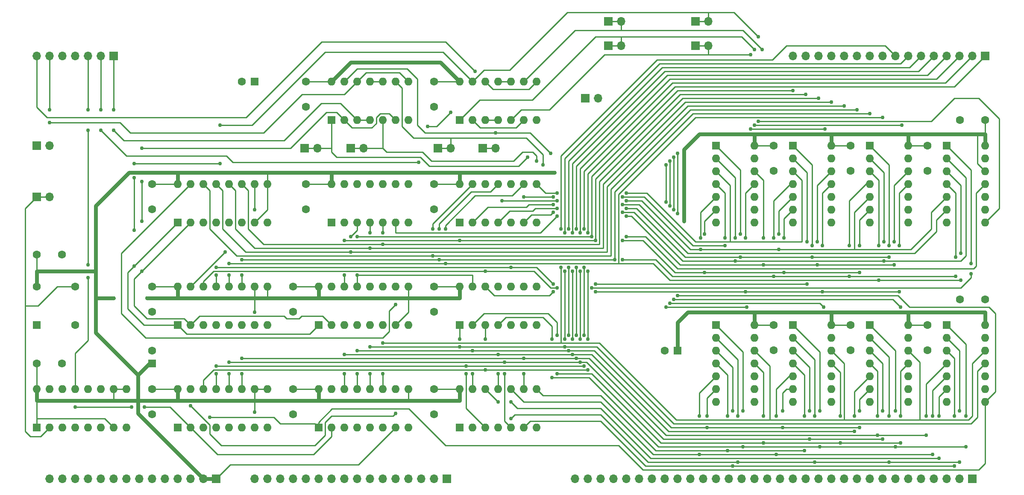
<source format=gtl>
G04 #@! TF.GenerationSoftware,KiCad,Pcbnew,(7.0.0)*
G04 #@! TF.CreationDate,2024-03-28T20:59:28-07:00*
G04 #@! TF.ProjectId,video_timing,76696465-6f5f-4746-996d-696e672e6b69,rev?*
G04 #@! TF.SameCoordinates,Original*
G04 #@! TF.FileFunction,Copper,L1,Top*
G04 #@! TF.FilePolarity,Positive*
%FSLAX46Y46*%
G04 Gerber Fmt 4.6, Leading zero omitted, Abs format (unit mm)*
G04 Created by KiCad (PCBNEW (7.0.0)) date 2024-03-28 20:59:28*
%MOMM*%
%LPD*%
G01*
G04 APERTURE LIST*
G04 #@! TA.AperFunction,ComponentPad*
%ADD10R,1.700000X1.700000*%
G04 #@! TD*
G04 #@! TA.AperFunction,ComponentPad*
%ADD11O,1.700000X1.700000*%
G04 #@! TD*
G04 #@! TA.AperFunction,ComponentPad*
%ADD12C,1.600000*%
G04 #@! TD*
G04 #@! TA.AperFunction,ComponentPad*
%ADD13R,1.600000X1.600000*%
G04 #@! TD*
G04 #@! TA.AperFunction,ComponentPad*
%ADD14O,1.600000X1.600000*%
G04 #@! TD*
G04 #@! TA.AperFunction,ViaPad*
%ADD15C,0.762000*%
G04 #@! TD*
G04 #@! TA.AperFunction,Conductor*
%ADD16C,0.254000*%
G04 #@! TD*
G04 #@! TA.AperFunction,Conductor*
%ADD17C,0.762000*%
G04 #@! TD*
G04 APERTURE END LIST*
D10*
X167131999Y-69341999D03*
D11*
X169671999Y-69341999D03*
D10*
X146811999Y-79247999D03*
D11*
X149351999Y-79247999D03*
D10*
X111505999Y-79247999D03*
D11*
X114045999Y-79247999D03*
D10*
X120649999Y-79247999D03*
D11*
X123189999Y-79247999D03*
D10*
X137921999Y-79247999D03*
D11*
X140461999Y-79247999D03*
D10*
X188975999Y-54101999D03*
D11*
X191515999Y-54101999D03*
D10*
X171703999Y-58927999D03*
D11*
X174243999Y-58927999D03*
D10*
X188975999Y-58927999D03*
D11*
X191515999Y-58927999D03*
D10*
X171703999Y-54101999D03*
D11*
X174243999Y-54101999D03*
D12*
X137160000Y-66040000D03*
X137160000Y-71040000D03*
X81280000Y-86360000D03*
X81280000Y-91360000D03*
D13*
X193039999Y-114299999D03*
D14*
X193039999Y-116839999D03*
X193039999Y-119379999D03*
X193039999Y-121919999D03*
X193039999Y-124459999D03*
X193039999Y-126999999D03*
X193039999Y-129539999D03*
X200659999Y-129539999D03*
X200659999Y-126999999D03*
X200659999Y-124459999D03*
X200659999Y-121919999D03*
X200659999Y-119379999D03*
X200659999Y-116839999D03*
X200659999Y-114299999D03*
D10*
X139699999Y-144779999D03*
D11*
X137159999Y-144779999D03*
X134619999Y-144779999D03*
X132079999Y-144779999D03*
X129539999Y-144779999D03*
X126999999Y-144779999D03*
X124459999Y-144779999D03*
X121919999Y-144779999D03*
X119379999Y-144779999D03*
X116839999Y-144779999D03*
X114299999Y-144779999D03*
X111759999Y-144779999D03*
X109219999Y-144779999D03*
X106679999Y-144779999D03*
X104139999Y-144779999D03*
X101599999Y-144779999D03*
D13*
X81279999Y-121879999D03*
D12*
X81280000Y-119380000D03*
X111760000Y-66040000D03*
X111760000Y-71040000D03*
D13*
X208279999Y-78739999D03*
D14*
X208279999Y-81279999D03*
X208279999Y-83819999D03*
X208279999Y-86359999D03*
X208279999Y-88899999D03*
X208279999Y-91439999D03*
X208279999Y-93979999D03*
X215899999Y-93979999D03*
X215899999Y-91439999D03*
X215899999Y-88899999D03*
X215899999Y-86359999D03*
X215899999Y-83819999D03*
X215899999Y-81279999D03*
X215899999Y-78739999D03*
D13*
X238759999Y-78739999D03*
D14*
X238759999Y-81279999D03*
X238759999Y-83819999D03*
X238759999Y-86359999D03*
X238759999Y-88899999D03*
X238759999Y-91439999D03*
X238759999Y-93979999D03*
X246379999Y-93979999D03*
X246379999Y-91439999D03*
X246379999Y-88899999D03*
X246379999Y-86359999D03*
X246379999Y-83819999D03*
X246379999Y-81279999D03*
X246379999Y-78739999D03*
D13*
X223519999Y-78739999D03*
D14*
X223519999Y-81279999D03*
X223519999Y-83819999D03*
X223519999Y-86359999D03*
X223519999Y-88899999D03*
X223519999Y-91439999D03*
X223519999Y-93979999D03*
X231139999Y-93979999D03*
X231139999Y-91439999D03*
X231139999Y-88899999D03*
X231139999Y-86359999D03*
X231139999Y-83819999D03*
X231139999Y-81279999D03*
X231139999Y-78739999D03*
D10*
X58419999Y-88899999D03*
D11*
X60959999Y-88899999D03*
D12*
X137160000Y-111680000D03*
X137160000Y-106680000D03*
X246380000Y-73660000D03*
X241380000Y-73660000D03*
X137160000Y-127000000D03*
X137160000Y-132000000D03*
X81280000Y-132000000D03*
X81280000Y-127000000D03*
X81280000Y-111680000D03*
X81280000Y-106680000D03*
D10*
X93979999Y-144779999D03*
D11*
X91439999Y-144779999D03*
X88899999Y-144779999D03*
X86359999Y-144779999D03*
X83819999Y-144779999D03*
X81279999Y-144779999D03*
X78739999Y-144779999D03*
X76199999Y-144779999D03*
X73659999Y-144779999D03*
X71119999Y-144779999D03*
X68579999Y-144779999D03*
X66039999Y-144779999D03*
X63499999Y-144779999D03*
X60959999Y-144779999D03*
D10*
X58419999Y-78739999D03*
D11*
X60959999Y-78739999D03*
D13*
X114299999Y-134619999D03*
D14*
X116839999Y-134619999D03*
X119379999Y-134619999D03*
X121919999Y-134619999D03*
X124459999Y-134619999D03*
X126999999Y-134619999D03*
X129539999Y-134619999D03*
X132079999Y-134619999D03*
X132079999Y-126999999D03*
X129539999Y-126999999D03*
X126999999Y-126999999D03*
X124459999Y-126999999D03*
X121919999Y-126999999D03*
X119379999Y-126999999D03*
X116839999Y-126999999D03*
X114299999Y-126999999D03*
D13*
X208279999Y-114299999D03*
D14*
X208279999Y-116839999D03*
X208279999Y-119379999D03*
X208279999Y-121919999D03*
X208279999Y-124459999D03*
X208279999Y-126999999D03*
X208279999Y-129539999D03*
X215899999Y-129539999D03*
X215899999Y-126999999D03*
X215899999Y-124459999D03*
X215899999Y-121919999D03*
X215899999Y-119379999D03*
X215899999Y-116839999D03*
X215899999Y-114299999D03*
D13*
X142234999Y-114299999D03*
D14*
X144774999Y-114299999D03*
X147314999Y-114299999D03*
X149854999Y-114299999D03*
X152394999Y-114299999D03*
X154934999Y-114299999D03*
X157474999Y-114299999D03*
X157474999Y-106679999D03*
X154934999Y-106679999D03*
X152394999Y-106679999D03*
X149854999Y-106679999D03*
X147314999Y-106679999D03*
X144774999Y-106679999D03*
X142234999Y-106679999D03*
D12*
X246380000Y-109220000D03*
X241380000Y-109220000D03*
X219710000Y-78740000D03*
X219710000Y-83740000D03*
X111760000Y-91360000D03*
X111760000Y-86360000D03*
D13*
X116839999Y-93979999D03*
D14*
X119379999Y-93979999D03*
X121919999Y-93979999D03*
X124459999Y-93979999D03*
X126999999Y-93979999D03*
X129539999Y-93979999D03*
X132079999Y-93979999D03*
X132079999Y-86359999D03*
X129539999Y-86359999D03*
X126999999Y-86359999D03*
X124459999Y-86359999D03*
X121919999Y-86359999D03*
X119379999Y-86359999D03*
X116839999Y-86359999D03*
D12*
X219710000Y-114300000D03*
X219710000Y-119300000D03*
X58420000Y-100330000D03*
X63420000Y-100330000D03*
X109220000Y-111680000D03*
X109220000Y-106680000D03*
D13*
X142239999Y-93979999D03*
D14*
X144779999Y-93979999D03*
X147319999Y-93979999D03*
X149859999Y-93979999D03*
X152399999Y-93979999D03*
X154939999Y-93979999D03*
X157479999Y-93979999D03*
X157479999Y-86359999D03*
X154939999Y-86359999D03*
X152399999Y-86359999D03*
X149859999Y-86359999D03*
X147319999Y-86359999D03*
X144779999Y-86359999D03*
X142239999Y-86359999D03*
D13*
X101599999Y-66039999D03*
D12*
X99100000Y-66040000D03*
D10*
X73659999Y-60959999D03*
D11*
X71119999Y-60959999D03*
X68579999Y-60959999D03*
X66039999Y-60959999D03*
X63499999Y-60959999D03*
X60959999Y-60959999D03*
X58419999Y-60959999D03*
D13*
X58419999Y-114299999D03*
D12*
X66040000Y-114300000D03*
X66040000Y-106680000D03*
X58420000Y-106680000D03*
X234950000Y-78740000D03*
X234950000Y-83740000D03*
D13*
X193039999Y-78739999D03*
D14*
X193039999Y-81279999D03*
X193039999Y-83819999D03*
X193039999Y-86359999D03*
X193039999Y-88899999D03*
X193039999Y-91439999D03*
X193039999Y-93979999D03*
X200659999Y-93979999D03*
X200659999Y-91439999D03*
X200659999Y-88899999D03*
X200659999Y-86359999D03*
X200659999Y-83819999D03*
X200659999Y-81279999D03*
X200659999Y-78739999D03*
D13*
X116839999Y-73659999D03*
D14*
X119379999Y-73659999D03*
X121919999Y-73659999D03*
X124459999Y-73659999D03*
X126999999Y-73659999D03*
X129539999Y-73659999D03*
X132079999Y-73659999D03*
X132079999Y-66039999D03*
X129539999Y-66039999D03*
X126999999Y-66039999D03*
X124459999Y-66039999D03*
X121919999Y-66039999D03*
X119379999Y-66039999D03*
X116839999Y-66039999D03*
D12*
X204470000Y-78740000D03*
X204470000Y-83740000D03*
X58420000Y-121920000D03*
X63420000Y-121920000D03*
D13*
X114299999Y-114299999D03*
D14*
X116839999Y-114299999D03*
X119379999Y-114299999D03*
X121919999Y-114299999D03*
X124459999Y-114299999D03*
X126999999Y-114299999D03*
X129539999Y-114299999D03*
X132079999Y-114299999D03*
X132079999Y-106679999D03*
X129539999Y-106679999D03*
X126999999Y-106679999D03*
X124459999Y-106679999D03*
X121919999Y-106679999D03*
X119379999Y-106679999D03*
X116839999Y-106679999D03*
X114299999Y-106679999D03*
D12*
X137160000Y-91360000D03*
X137160000Y-86360000D03*
D13*
X142239999Y-73659999D03*
D14*
X144779999Y-73659999D03*
X147319999Y-73659999D03*
X149859999Y-73659999D03*
X152399999Y-73659999D03*
X154939999Y-73659999D03*
X157479999Y-73659999D03*
X157479999Y-66039999D03*
X154939999Y-66039999D03*
X152399999Y-66039999D03*
X149859999Y-66039999D03*
X147319999Y-66039999D03*
X144779999Y-66039999D03*
X142239999Y-66039999D03*
D10*
X246379999Y-60959999D03*
D11*
X243839999Y-60959999D03*
X241299999Y-60959999D03*
X238759999Y-60959999D03*
X236219999Y-60959999D03*
X233679999Y-60959999D03*
X231139999Y-60959999D03*
X228599999Y-60959999D03*
X226059999Y-60959999D03*
X223519999Y-60959999D03*
X220979999Y-60959999D03*
X218439999Y-60959999D03*
X215899999Y-60959999D03*
X213359999Y-60959999D03*
X210819999Y-60959999D03*
X208279999Y-60959999D03*
D12*
X234950000Y-114300000D03*
X234950000Y-119300000D03*
D13*
X185419999Y-119379999D03*
D12*
X182920000Y-119380000D03*
X204470000Y-114300000D03*
X204470000Y-119300000D03*
D13*
X58419999Y-134619999D03*
D14*
X60959999Y-134619999D03*
X63499999Y-134619999D03*
X66039999Y-134619999D03*
X68579999Y-134619999D03*
X71119999Y-134619999D03*
X73659999Y-134619999D03*
X76199999Y-134619999D03*
X76199999Y-126999999D03*
X73659999Y-126999999D03*
X71119999Y-126999999D03*
X68579999Y-126999999D03*
X66039999Y-126999999D03*
X63499999Y-126999999D03*
X60959999Y-126999999D03*
X58419999Y-126999999D03*
D13*
X86359999Y-93979999D03*
D14*
X88899999Y-93979999D03*
X91439999Y-93979999D03*
X93979999Y-93979999D03*
X96519999Y-93979999D03*
X99059999Y-93979999D03*
X101599999Y-93979999D03*
X104139999Y-93979999D03*
X104139999Y-86359999D03*
X101599999Y-86359999D03*
X99059999Y-86359999D03*
X96519999Y-86359999D03*
X93979999Y-86359999D03*
X91439999Y-86359999D03*
X88899999Y-86359999D03*
X86359999Y-86359999D03*
D10*
X243839999Y-144779999D03*
D11*
X241299999Y-144779999D03*
X238759999Y-144779999D03*
X236219999Y-144779999D03*
X233679999Y-144779999D03*
X231139999Y-144779999D03*
X228599999Y-144779999D03*
X226059999Y-144779999D03*
X223519999Y-144779999D03*
X220979999Y-144779999D03*
X218439999Y-144779999D03*
X215899999Y-144779999D03*
X213359999Y-144779999D03*
X210819999Y-144779999D03*
X208279999Y-144779999D03*
X205739999Y-144779999D03*
X203199999Y-144779999D03*
X200659999Y-144779999D03*
X198119999Y-144779999D03*
X195579999Y-144779999D03*
X193039999Y-144779999D03*
X190499999Y-144779999D03*
X187959999Y-144779999D03*
X185419999Y-144779999D03*
X182879999Y-144779999D03*
X180339999Y-144779999D03*
X177799999Y-144779999D03*
X175259999Y-144779999D03*
X172719999Y-144779999D03*
X170179999Y-144779999D03*
X167639999Y-144779999D03*
X165099999Y-144779999D03*
D13*
X238759999Y-114299999D03*
D14*
X238759999Y-116839999D03*
X238759999Y-119379999D03*
X238759999Y-121919999D03*
X238759999Y-124459999D03*
X238759999Y-126999999D03*
X238759999Y-129539999D03*
X246379999Y-129539999D03*
X246379999Y-126999999D03*
X246379999Y-124459999D03*
X246379999Y-121919999D03*
X246379999Y-119379999D03*
X246379999Y-116839999D03*
X246379999Y-114299999D03*
D13*
X86359999Y-134619999D03*
D14*
X88899999Y-134619999D03*
X91439999Y-134619999D03*
X93979999Y-134619999D03*
X96519999Y-134619999D03*
X99059999Y-134619999D03*
X101599999Y-134619999D03*
X104139999Y-134619999D03*
X104139999Y-126999999D03*
X101599999Y-126999999D03*
X99059999Y-126999999D03*
X96519999Y-126999999D03*
X93979999Y-126999999D03*
X91439999Y-126999999D03*
X88899999Y-126999999D03*
X86359999Y-126999999D03*
D12*
X109220000Y-127000000D03*
X109220000Y-132000000D03*
D13*
X142239999Y-134619999D03*
D14*
X144779999Y-134619999D03*
X147319999Y-134619999D03*
X149859999Y-134619999D03*
X152399999Y-134619999D03*
X154939999Y-134619999D03*
X157479999Y-134619999D03*
X157479999Y-126999999D03*
X154939999Y-126999999D03*
X152399999Y-126999999D03*
X149859999Y-126999999D03*
X147319999Y-126999999D03*
X144779999Y-126999999D03*
X142239999Y-126999999D03*
D13*
X223519999Y-114299999D03*
D14*
X223519999Y-116839999D03*
X223519999Y-119379999D03*
X223519999Y-121919999D03*
X223519999Y-124459999D03*
X223519999Y-126999999D03*
X223519999Y-129539999D03*
X231139999Y-129539999D03*
X231139999Y-126999999D03*
X231139999Y-124459999D03*
X231139999Y-121919999D03*
X231139999Y-119379999D03*
X231139999Y-116839999D03*
X231139999Y-114299999D03*
D13*
X86359999Y-114299999D03*
D14*
X88899999Y-114299999D03*
X91439999Y-114299999D03*
X93979999Y-114299999D03*
X96519999Y-114299999D03*
X99059999Y-114299999D03*
X101599999Y-114299999D03*
X104139999Y-114299999D03*
X104139999Y-106679999D03*
X101599999Y-106679999D03*
X99059999Y-106679999D03*
X96519999Y-106679999D03*
X93979999Y-106679999D03*
X91439999Y-106679999D03*
X88899999Y-106679999D03*
X86359999Y-106679999D03*
D15*
X149352000Y-76200000D03*
X122682000Y-62230000D03*
X188468000Y-111760000D03*
X81534000Y-108966000D03*
X108966000Y-84074000D03*
X186690000Y-86868000D03*
X161036000Y-84074000D03*
X121412000Y-62230000D03*
X186690000Y-93726000D03*
X186690000Y-85598000D03*
X73660000Y-108966000D03*
X80264000Y-108966000D03*
X101600000Y-111760000D03*
X101600000Y-131572000D03*
X186690000Y-92456000D03*
X189738000Y-111760000D03*
X72390000Y-108966000D03*
X159766000Y-84074000D03*
X107696000Y-84074000D03*
X68580000Y-71628000D03*
X79756000Y-130556000D03*
X66040000Y-130556000D03*
X68580000Y-104902000D03*
X68580000Y-75692000D03*
X77216000Y-130556000D03*
X68580000Y-102362000D03*
X165354000Y-102870000D03*
X225044000Y-132334000D03*
X234696000Y-132334000D03*
X154940000Y-123952000D03*
X234696000Y-136144000D03*
X165354000Y-120904000D03*
X165354000Y-95250000D03*
X99060000Y-120904000D03*
X165354000Y-116332000D03*
X154940000Y-120904000D03*
X99060000Y-123952000D03*
X225044000Y-136144000D03*
X166116000Y-121666000D03*
X166116000Y-103632000D03*
X151130000Y-121666000D03*
X96520000Y-123952000D03*
X166116000Y-96012000D03*
X226060000Y-131318000D03*
X211582000Y-131318000D03*
X166116000Y-117094000D03*
X211582000Y-136906000D03*
X151130000Y-123952000D03*
X226060000Y-136906000D03*
X96520000Y-121666000D03*
X166878000Y-95250000D03*
X143510000Y-123952000D03*
X166878000Y-102870000D03*
X93991734Y-122384671D03*
X93980000Y-123952000D03*
X166878000Y-122428000D03*
X166878000Y-116332000D03*
X143510000Y-122428000D03*
X167640000Y-117094000D03*
X147320000Y-117094000D03*
X167640000Y-123190000D03*
X167640000Y-96012000D03*
X147320000Y-123190000D03*
X167640000Y-103632000D03*
X88900000Y-130302000D03*
X129540000Y-131826000D03*
X127000000Y-123952000D03*
X162306000Y-95250000D03*
X127000000Y-117856000D03*
X162306000Y-102870000D03*
X142240000Y-117094000D03*
X142240000Y-118618000D03*
X163068000Y-117094000D03*
X163068000Y-103632000D03*
X163068000Y-118618000D03*
X124460000Y-118618000D03*
X124460000Y-123952000D03*
X163068000Y-96012000D03*
X121920000Y-123952000D03*
X191262000Y-132334000D03*
X221488000Y-134620000D03*
X144780000Y-119380000D03*
X121920000Y-119380000D03*
X221488000Y-131318000D03*
X163830000Y-116332000D03*
X191262000Y-134620000D03*
X206248000Y-131318000D03*
X144780000Y-123952000D03*
X163830000Y-119380000D03*
X163830000Y-95250000D03*
X206248000Y-134620000D03*
X163830000Y-102870000D03*
X149860000Y-123952000D03*
X164592000Y-96012000D03*
X119380000Y-120142000D03*
X164592000Y-103632000D03*
X164592000Y-120142000D03*
X220472000Y-135382000D03*
X149860000Y-120142000D03*
X119380000Y-123952000D03*
X164592000Y-117094000D03*
X220472000Y-132334000D03*
X79248000Y-93726000D03*
X79248000Y-103632000D03*
X79248000Y-85852000D03*
X79248000Y-79248000D03*
X219456000Y-98552000D03*
X219456000Y-104648000D03*
X138176000Y-95250000D03*
X240538000Y-100838000D03*
X99060000Y-104394000D03*
X223520000Y-72390000D03*
X204470000Y-97028000D03*
X174498000Y-101346000D03*
X99060000Y-101346000D03*
X138176000Y-101346000D03*
X172974000Y-101346000D03*
X240538000Y-104648000D03*
X204470000Y-104648000D03*
X241554000Y-105410000D03*
X139446000Y-95250000D03*
X225298000Y-98552000D03*
X225298000Y-105410000D03*
X96520000Y-102108000D03*
X96520000Y-104394000D03*
X139446000Y-102108000D03*
X241554000Y-100076000D03*
X226060000Y-73152000D03*
X93980000Y-104394000D03*
X160782000Y-106172000D03*
X169164000Y-106172000D03*
X211074000Y-106172000D03*
X211074000Y-97790000D03*
X93980000Y-102870000D03*
X152400000Y-102870000D03*
X161544000Y-106934000D03*
X243586000Y-104140000D03*
X168402000Y-106934000D03*
X243586000Y-102108000D03*
X147320000Y-103632000D03*
X95758000Y-99822000D03*
X101600000Y-91440000D03*
X127000000Y-96012000D03*
X213360000Y-69342000D03*
X127000000Y-98298000D03*
X124460000Y-96012000D03*
X215900000Y-70104000D03*
X124460000Y-99060000D03*
X218440000Y-70866000D03*
X120650000Y-99822000D03*
X120650000Y-96774000D03*
X220980000Y-71628000D03*
X136906000Y-100584000D03*
X136906000Y-95250000D03*
X129540000Y-110236000D03*
X160528000Y-117094000D03*
X242570000Y-138430000D03*
X213614000Y-131318000D03*
X198374000Y-138430000D03*
X198374000Y-131318000D03*
X242570000Y-132334000D03*
X160528000Y-124714000D03*
X228600000Y-131318000D03*
X213614000Y-138430000D03*
X228600000Y-138430000D03*
X197358000Y-141478000D03*
X241300000Y-141478000D03*
X241300000Y-131318000D03*
X197358000Y-132334000D03*
X227330000Y-132334000D03*
X212598000Y-141478000D03*
X227330000Y-141478000D03*
X212598000Y-132334000D03*
X152400000Y-132842000D03*
X196342000Y-131318000D03*
X240284000Y-142240000D03*
X240284000Y-132334000D03*
X196342000Y-142240000D03*
X210566000Y-139192000D03*
X195326000Y-132334000D03*
X210566000Y-132334000D03*
X195326000Y-139192000D03*
X235966000Y-139954000D03*
X189738000Y-132334000D03*
X204978000Y-139954000D03*
X204978000Y-132334000D03*
X189738000Y-139954000D03*
X235966000Y-132334000D03*
X149860000Y-129540000D03*
X152400000Y-129540000D03*
X237236000Y-132334000D03*
X237236000Y-140716000D03*
X217678000Y-132334000D03*
X229616000Y-137668000D03*
X161544000Y-123952000D03*
X229616000Y-132334000D03*
X202438000Y-132334000D03*
X217678000Y-137668000D03*
X202438000Y-137668000D03*
X161544000Y-116332000D03*
X161544000Y-89662000D03*
X150622000Y-89662000D03*
X175260000Y-89662000D03*
X205486000Y-99314000D03*
X189992000Y-97028000D03*
X189992000Y-99314000D03*
X205486000Y-96266000D03*
X197866000Y-100838000D03*
X227330000Y-98552000D03*
X212090000Y-100838000D03*
X161544000Y-91186000D03*
X212090000Y-98552000D03*
X227330000Y-100838000D03*
X197866000Y-96266000D03*
X175260000Y-91186000D03*
X226314000Y-97790000D03*
X174498000Y-91948000D03*
X160782000Y-91948000D03*
X196850000Y-97028000D03*
X226314000Y-101600000D03*
X196850000Y-101600000D03*
X175260000Y-88138000D03*
X161544000Y-88138000D03*
X194818000Y-98552000D03*
X154940000Y-88900000D03*
X194818000Y-97028000D03*
X174498000Y-88900000D03*
X160782000Y-88900000D03*
X184658000Y-81026000D03*
X184658000Y-91440000D03*
X229616000Y-110744000D03*
X184658000Y-109220000D03*
X155702000Y-81026000D03*
X73660000Y-75692000D03*
X73660000Y-71628000D03*
X185420000Y-92202000D03*
X92710000Y-132588000D03*
X185420000Y-108458000D03*
X185420000Y-80264000D03*
X160274000Y-80264000D03*
X60960000Y-71628000D03*
X60960000Y-74168000D03*
X183896000Y-90678000D03*
X183896000Y-81788000D03*
X183896000Y-109982000D03*
X214376000Y-110744000D03*
X157480000Y-81788000D03*
X183134000Y-110744000D03*
X183134000Y-89916000D03*
X183134000Y-82550000D03*
X158750000Y-82550000D03*
X199136000Y-110744000D03*
X200660000Y-74676000D03*
X229870000Y-74676000D03*
X200660000Y-59690000D03*
X135890000Y-74930000D03*
X134112000Y-82042000D03*
X71120000Y-75692000D03*
X71120000Y-71628000D03*
X140462000Y-72136000D03*
X201422000Y-73914000D03*
X77724000Y-82296000D03*
X94742000Y-74676000D03*
X77724000Y-85090000D03*
X77724000Y-102616000D03*
X201422000Y-57150000D03*
X77724000Y-95504000D03*
X94742000Y-82296000D03*
X145288000Y-64008000D03*
X199898000Y-75438000D03*
X199898000Y-60706000D03*
X214630000Y-75438000D03*
X202184000Y-59690000D03*
X228346000Y-102362000D03*
X228346000Y-97790000D03*
X161544000Y-92710000D03*
X202438000Y-102362000D03*
X213106000Y-102362000D03*
X213106000Y-97790000D03*
X175260000Y-92710000D03*
X202438000Y-97028000D03*
X160782000Y-90424000D03*
X174498000Y-90424000D03*
X169164000Y-107696000D03*
X160782000Y-107696000D03*
X229362000Y-107696000D03*
X214122000Y-98552000D03*
X229362000Y-98552000D03*
X198882000Y-97028000D03*
X214122000Y-107696000D03*
X198882000Y-107696000D03*
X175260000Y-96774000D03*
X121920000Y-104394000D03*
X168402000Y-96774000D03*
X208280000Y-67818000D03*
X121920000Y-96774000D03*
X142240000Y-97536000D03*
X221488000Y-98552000D03*
X210820000Y-68580000D03*
X190754000Y-96266000D03*
X119380000Y-104394000D03*
X169164000Y-97536000D03*
X206502000Y-97028000D03*
X119380000Y-97536000D03*
X206502000Y-103886000D03*
X174498000Y-97536000D03*
X190754000Y-103886000D03*
X221488000Y-103886000D03*
D16*
X174244000Y-57150000D02*
X169164000Y-57150000D01*
X198120000Y-57150000D02*
X174244000Y-57150000D01*
X174244000Y-58928000D02*
X174244000Y-57150000D01*
X171704000Y-58928000D02*
X174244000Y-58928000D01*
X191516000Y-58928000D02*
X191516000Y-60706000D01*
X191516000Y-60706000D02*
X170942000Y-60706000D01*
X199898000Y-60706000D02*
X191516000Y-60706000D01*
X188976000Y-58928000D02*
X191516000Y-58928000D01*
X191516000Y-54102000D02*
X191516000Y-52324000D01*
X191516000Y-52324000D02*
X163576000Y-52324000D01*
X196596000Y-52324000D02*
X191516000Y-52324000D01*
X188976000Y-54102000D02*
X191516000Y-54102000D01*
X174244000Y-55880000D02*
X165100000Y-55880000D01*
X198374000Y-55880000D02*
X174244000Y-55880000D01*
X174244000Y-54102000D02*
X174244000Y-55880000D01*
X171704000Y-54102000D02*
X174244000Y-54102000D01*
X149352000Y-76200000D02*
X135382000Y-76200000D01*
X156210000Y-76200000D02*
X149352000Y-76200000D01*
X146812000Y-79248000D02*
X149352000Y-79248000D01*
X140462000Y-79248000D02*
X140462000Y-77216000D01*
X140462000Y-77216000D02*
X133096000Y-77216000D01*
X155448000Y-77216000D02*
X140462000Y-77216000D01*
X137922000Y-79248000D02*
X140462000Y-79248000D01*
X127762000Y-80010000D02*
X127000000Y-79248000D01*
X134874000Y-80010000D02*
X127762000Y-80010000D01*
X136652000Y-81788000D02*
X134874000Y-80010000D01*
X152908000Y-81788000D02*
X136652000Y-81788000D01*
X157480000Y-80772000D02*
X156718000Y-80010000D01*
X157480000Y-81788000D02*
X157480000Y-80772000D01*
X156718000Y-80010000D02*
X154686000Y-80010000D01*
X154686000Y-80010000D02*
X152908000Y-81788000D01*
X127000000Y-79248000D02*
X123190000Y-79248000D01*
X127000000Y-75438000D02*
X127000000Y-79248000D01*
X111506000Y-79248000D02*
X116840000Y-79248000D01*
X116840000Y-79248000D02*
X116840000Y-73660000D01*
X116840000Y-80010000D02*
X116840000Y-79248000D01*
X120650000Y-79248000D02*
X123190000Y-79248000D01*
X127000000Y-73660000D02*
X127000000Y-75438000D01*
X153924000Y-82804000D02*
X136271000Y-82804000D01*
X134493000Y-81026000D02*
X117856000Y-81026000D01*
X155702000Y-81026000D02*
X153924000Y-82804000D01*
X136271000Y-82804000D02*
X134493000Y-81026000D01*
X117856000Y-81026000D02*
X116840000Y-80010000D01*
X96012000Y-80772000D02*
X76200000Y-80772000D01*
X97282000Y-82042000D02*
X96012000Y-80772000D01*
X134112000Y-82042000D02*
X97282000Y-82042000D01*
X76200000Y-80772000D02*
X71120000Y-75692000D01*
X130810000Y-74930000D02*
X130810000Y-67310000D01*
X133096000Y-77216000D02*
X130810000Y-74930000D01*
X158750000Y-80518000D02*
X155448000Y-77216000D01*
X158750000Y-82550000D02*
X158750000Y-80518000D01*
X130810000Y-67310000D02*
X129540000Y-66040000D01*
X121920000Y-63500000D02*
X119380000Y-66040000D01*
X133858000Y-65532000D02*
X131826000Y-63500000D01*
X135382000Y-76200000D02*
X133858000Y-74676000D01*
X131826000Y-63500000D02*
X121920000Y-63500000D01*
X133858000Y-74676000D02*
X133858000Y-65532000D01*
X160274000Y-80264000D02*
X156210000Y-76200000D01*
X137668000Y-74930000D02*
X140462000Y-72136000D01*
X135890000Y-74930000D02*
X137668000Y-74930000D01*
X146215200Y-69684800D02*
X142240000Y-73660000D01*
X156629200Y-69684800D02*
X146215200Y-69684800D01*
X169164000Y-57150000D02*
X156629200Y-69684800D01*
X200660000Y-59690000D02*
X198120000Y-57150000D01*
X165100000Y-55880000D02*
X154940000Y-66040000D01*
X202184000Y-59690000D02*
X198374000Y-55880000D01*
X147066000Y-63754000D02*
X144780000Y-66040000D01*
X163576000Y-52324000D02*
X152146000Y-63754000D01*
X201422000Y-57150000D02*
X196596000Y-52324000D01*
X152146000Y-63754000D02*
X147066000Y-63754000D01*
X160020000Y-71628000D02*
X154432000Y-71628000D01*
X170942000Y-60706000D02*
X160020000Y-71628000D01*
X154432000Y-71628000D02*
X152400000Y-73660000D01*
D17*
X186690000Y-93726000D02*
X186690000Y-79502000D01*
X132080000Y-108966000D02*
X129540000Y-108966000D01*
X78486000Y-129286000D02*
X78486000Y-124206000D01*
D16*
X129540000Y-134620000D02*
X122174000Y-141986000D01*
D17*
X215900000Y-78740000D02*
X215900000Y-76454000D01*
X80812000Y-121880000D02*
X78486000Y-124206000D01*
X231140000Y-76454000D02*
X244856000Y-76454000D01*
D16*
X96774000Y-141986000D02*
X93980000Y-144780000D01*
D17*
X120650000Y-62230000D02*
X116840000Y-66040000D01*
X86360000Y-108966000D02*
X86360000Y-106680000D01*
D16*
X104140000Y-127000000D02*
X101600000Y-127000000D01*
X246380000Y-73660000D02*
X246380000Y-76454000D01*
D17*
X78486000Y-124206000D02*
X70104000Y-115824000D01*
X142240000Y-108966000D02*
X132080000Y-108966000D01*
D16*
X246380000Y-83820000D02*
X244856000Y-82296000D01*
D17*
X86360000Y-84074000D02*
X101346000Y-84074000D01*
X116840000Y-84074000D02*
X142240000Y-84074000D01*
X159766000Y-84074000D02*
X161036000Y-84074000D01*
D16*
X101600000Y-127000000D02*
X101600000Y-129286000D01*
D17*
X200660000Y-78740000D02*
X200660000Y-76454000D01*
X86360000Y-108966000D02*
X81534000Y-108966000D01*
D16*
X58420000Y-134620000D02*
X58420000Y-132842000D01*
D17*
X132080000Y-129286000D02*
X142240000Y-129286000D01*
X72390000Y-108966000D02*
X70104000Y-108966000D01*
D16*
X73660000Y-127000000D02*
X73660000Y-129286000D01*
D17*
X86360000Y-86360000D02*
X86360000Y-84074000D01*
X76708000Y-84074000D02*
X86360000Y-84074000D01*
X142240000Y-66040000D02*
X138430000Y-62230000D01*
X200660000Y-76454000D02*
X215900000Y-76454000D01*
X104140000Y-108966000D02*
X101600000Y-108966000D01*
X78486000Y-129286000D02*
X86360000Y-129286000D01*
X215900000Y-111760000D02*
X215900000Y-114300000D01*
X70104000Y-103632000D02*
X58420000Y-103632000D01*
X122682000Y-62230000D02*
X121412000Y-62230000D01*
D16*
X132080000Y-111760000D02*
X132080000Y-108966000D01*
D17*
X58420000Y-127000000D02*
X58420000Y-129286000D01*
D16*
X244856000Y-82296000D02*
X244856000Y-76454000D01*
X104140000Y-86360000D02*
X104140000Y-91440000D01*
D17*
X244856000Y-76454000D02*
X246380000Y-76454000D01*
D16*
X109220000Y-106680000D02*
X114300000Y-106680000D01*
D17*
X91440000Y-144780000D02*
X78486000Y-131826000D01*
X200660000Y-111760000D02*
X200660000Y-114300000D01*
X138430000Y-62230000D02*
X122682000Y-62230000D01*
D16*
X122174000Y-141986000D02*
X96774000Y-141986000D01*
D17*
X142235000Y-108961000D02*
X142240000Y-108966000D01*
X70104000Y-115824000D02*
X70104000Y-108966000D01*
X70104000Y-103632000D02*
X70104000Y-90678000D01*
X142240000Y-129286000D02*
X142240000Y-127000000D01*
X231140000Y-111760000D02*
X231140000Y-114300000D01*
X129540000Y-108966000D02*
X114300000Y-108966000D01*
X73660000Y-108966000D02*
X72390000Y-108966000D01*
X104140000Y-84074000D02*
X116840000Y-84074000D01*
D16*
X132080000Y-106680000D02*
X132080000Y-108966000D01*
X204470000Y-114300000D02*
X200660000Y-114300000D01*
X132080000Y-127000000D02*
X132080000Y-129286000D01*
X104140000Y-106680000D02*
X104140000Y-108966000D01*
D17*
X114300000Y-108966000D02*
X104140000Y-108966000D01*
D16*
X137160000Y-127000000D02*
X142240000Y-127000000D01*
X101600000Y-111760000D02*
X101600000Y-108966000D01*
X71882000Y-132842000D02*
X58420000Y-132842000D01*
D17*
X58420000Y-129286000D02*
X73660000Y-129286000D01*
X215900000Y-111760000D02*
X200660000Y-111760000D01*
D16*
X219710000Y-78740000D02*
X215900000Y-78740000D01*
X58420000Y-132842000D02*
X58420000Y-129286000D01*
D17*
X121412000Y-62230000D02*
X120650000Y-62230000D01*
D16*
X81280000Y-106680000D02*
X86360000Y-106680000D01*
X234950000Y-114300000D02*
X231140000Y-114300000D01*
X129540000Y-114300000D02*
X132080000Y-111760000D01*
X101600000Y-106680000D02*
X101600000Y-108966000D01*
D17*
X190754000Y-111760000D02*
X187452000Y-111760000D01*
D16*
X73660000Y-134620000D02*
X71882000Y-132842000D01*
X219710000Y-114300000D02*
X215900000Y-114300000D01*
D17*
X101346000Y-84074000D02*
X104140000Y-84074000D01*
X129540000Y-129286000D02*
X132080000Y-129286000D01*
X246380000Y-76454000D02*
X246380000Y-78740000D01*
D16*
X101600000Y-131572000D02*
X101600000Y-129286000D01*
X111760000Y-86360000D02*
X116840000Y-86360000D01*
X104140000Y-91440000D02*
X101600000Y-93980000D01*
D17*
X185420000Y-113792000D02*
X185420000Y-119380000D01*
X81534000Y-108966000D02*
X80264000Y-108966000D01*
D16*
X137160000Y-66040000D02*
X142240000Y-66040000D01*
D17*
X70104000Y-90678000D02*
X76708000Y-84074000D01*
X101600000Y-129286000D02*
X114300000Y-129286000D01*
X58420000Y-103632000D02*
X58420000Y-106680000D01*
D16*
X81280000Y-86360000D02*
X86360000Y-86360000D01*
D17*
X187452000Y-111760000D02*
X185420000Y-113792000D01*
X114300000Y-108966000D02*
X114300000Y-106680000D01*
X86360000Y-129286000D02*
X101600000Y-129286000D01*
X142240000Y-84074000D02*
X159766000Y-84074000D01*
X200660000Y-111760000D02*
X190754000Y-111760000D01*
X231140000Y-78740000D02*
X231140000Y-76454000D01*
X93980000Y-144780000D02*
X91440000Y-144780000D01*
D16*
X73660000Y-127000000D02*
X76200000Y-127000000D01*
X204470000Y-78740000D02*
X200660000Y-78740000D01*
D17*
X86360000Y-127000000D02*
X86360000Y-129286000D01*
X70104000Y-108966000D02*
X70104000Y-103632000D01*
X116840000Y-84074000D02*
X116840000Y-86360000D01*
D16*
X109220000Y-127000000D02*
X114300000Y-127000000D01*
D17*
X114300000Y-129286000D02*
X129540000Y-129286000D01*
D16*
X81280000Y-127000000D02*
X86360000Y-127000000D01*
D17*
X246380000Y-111760000D02*
X231140000Y-111760000D01*
X190754000Y-111760000D02*
X189738000Y-111760000D01*
X73660000Y-129286000D02*
X78486000Y-129286000D01*
D16*
X58420000Y-100330000D02*
X58420000Y-103632000D01*
D17*
X189738000Y-111760000D02*
X188468000Y-111760000D01*
X215900000Y-76454000D02*
X231140000Y-76454000D01*
D16*
X234950000Y-78740000D02*
X231140000Y-78740000D01*
D17*
X142240000Y-84074000D02*
X142240000Y-86360000D01*
D16*
X58420000Y-121920000D02*
X58420000Y-127000000D01*
D17*
X81280000Y-121880000D02*
X80812000Y-121880000D01*
D16*
X111760000Y-66040000D02*
X116840000Y-66040000D01*
X104140000Y-86360000D02*
X104140000Y-84074000D01*
D17*
X78486000Y-131826000D02*
X78486000Y-129286000D01*
X114300000Y-127000000D02*
X114300000Y-129286000D01*
X200660000Y-76454000D02*
X189738000Y-76454000D01*
D16*
X137160000Y-106680000D02*
X142235000Y-106680000D01*
X137160000Y-86360000D02*
X142240000Y-86360000D01*
D17*
X231140000Y-111760000D02*
X215900000Y-111760000D01*
X101600000Y-108966000D02*
X86360000Y-108966000D01*
X186690000Y-79502000D02*
X189738000Y-76454000D01*
X142235000Y-106680000D02*
X142235000Y-108961000D01*
X246380000Y-114300000D02*
X246380000Y-111760000D01*
D16*
X56134000Y-91186000D02*
X58420000Y-88900000D01*
X56134000Y-135382000D02*
X56134000Y-113030000D01*
X57150000Y-136398000D02*
X56134000Y-135382000D01*
X56134000Y-113030000D02*
X56134000Y-91186000D01*
X60960000Y-134620000D02*
X59182000Y-136398000D01*
X56134000Y-110490000D02*
X58674000Y-110490000D01*
X62484000Y-106680000D02*
X66040000Y-106680000D01*
X58420000Y-88900000D02*
X60960000Y-88900000D01*
X59182000Y-136398000D02*
X57150000Y-136398000D01*
X58674000Y-110490000D02*
X62484000Y-106680000D01*
X56134000Y-113030000D02*
X56134000Y-110490000D01*
X66040000Y-119888000D02*
X66040000Y-127000000D01*
X94234000Y-139954000D02*
X113284000Y-139954000D01*
X68580000Y-102362000D02*
X68580000Y-75692000D01*
X68580000Y-71628000D02*
X68580000Y-60960000D01*
X68580000Y-104902000D02*
X68580000Y-117348000D01*
X113284000Y-139954000D02*
X116840000Y-136398000D01*
X84836000Y-130556000D02*
X88900000Y-134620000D01*
X88900000Y-134620000D02*
X94234000Y-139954000D01*
X116840000Y-136398000D02*
X116840000Y-134620000D01*
X79756000Y-130556000D02*
X84836000Y-130556000D01*
X66040000Y-130556000D02*
X77216000Y-130556000D01*
X68580000Y-117348000D02*
X66040000Y-119888000D01*
X183388000Y-64770000D02*
X234950000Y-64770000D01*
X234696000Y-132334000D02*
X234696000Y-125984000D01*
X234950000Y-64770000D02*
X238760000Y-60960000D01*
X165354000Y-82804000D02*
X183388000Y-64770000D01*
X167894000Y-120904000D02*
X183134000Y-136144000D01*
X165354000Y-120904000D02*
X167894000Y-120904000D01*
X99060000Y-123952000D02*
X99060000Y-127000000D01*
X225044000Y-132334000D02*
X225044000Y-123444000D01*
X225044000Y-123444000D02*
X223520000Y-121920000D01*
X165354000Y-116332000D02*
X165354000Y-102870000D01*
X234696000Y-125984000D02*
X238760000Y-121920000D01*
X183134000Y-136144000D02*
X234696000Y-136144000D01*
X165354000Y-95250000D02*
X165354000Y-82804000D01*
X154940000Y-120904000D02*
X165354000Y-120904000D01*
X154940000Y-127000000D02*
X154940000Y-123952000D01*
X99060000Y-120904000D02*
X154940000Y-120904000D01*
X151130000Y-133350000D02*
X151130000Y-123952000D01*
X166116000Y-83312000D02*
X166116000Y-96012000D01*
X226060000Y-131318000D02*
X226060000Y-121920000D01*
X96520000Y-121666000D02*
X151130000Y-121666000D01*
X211582000Y-122682000D02*
X208280000Y-119380000D01*
X166116000Y-121666000D02*
X167386000Y-121666000D01*
X96520000Y-127000000D02*
X96520000Y-123952000D01*
X151130000Y-121666000D02*
X166116000Y-121666000D01*
X166116000Y-117094000D02*
X166116000Y-103632000D01*
X152400000Y-134620000D02*
X151130000Y-133350000D01*
X236728000Y-65532000D02*
X183896000Y-65532000D01*
X183896000Y-65532000D02*
X166116000Y-83312000D01*
X167386000Y-121666000D02*
X182626000Y-136906000D01*
X226060000Y-121920000D02*
X223520000Y-119380000D01*
X182626000Y-136906000D02*
X226060000Y-136906000D01*
X211582000Y-131318000D02*
X211582000Y-122682000D01*
X241300000Y-60960000D02*
X236728000Y-65532000D01*
X93980000Y-123952000D02*
X93980000Y-127000000D01*
X147320000Y-134620000D02*
X143510000Y-130810000D01*
X166878000Y-95250000D02*
X166878000Y-83820000D01*
X184404000Y-66294000D02*
X238506000Y-66294000D01*
X166878000Y-116332000D02*
X166878000Y-103632000D01*
X166878000Y-83820000D02*
X184404000Y-66294000D01*
X143510000Y-122428000D02*
X166878000Y-122428000D01*
X143510000Y-130810000D02*
X143510000Y-123952000D01*
X93980000Y-122428000D02*
X143510000Y-122428000D01*
X166878000Y-103632000D02*
X166878000Y-102870000D01*
X238506000Y-66294000D02*
X243840000Y-60960000D01*
X184912000Y-67056000D02*
X167640000Y-84328000D01*
X246380000Y-60960000D02*
X240284000Y-67056000D01*
X147315000Y-117089000D02*
X147320000Y-117094000D01*
X91440000Y-127000000D02*
X91440000Y-125222000D01*
X167640000Y-123190000D02*
X163830000Y-123190000D01*
X147320000Y-123190000D02*
X163830000Y-123190000D01*
X93472000Y-123190000D02*
X147320000Y-123190000D01*
X91440000Y-125222000D02*
X93472000Y-123190000D01*
X167640000Y-103632000D02*
X167640000Y-117094000D01*
X147315000Y-114300000D02*
X147315000Y-117089000D01*
X167640000Y-84328000D02*
X167640000Y-96012000D01*
X240284000Y-67056000D02*
X184912000Y-67056000D01*
X92710000Y-135890000D02*
X92710000Y-134112000D01*
X94996000Y-138176000D02*
X92710000Y-135890000D01*
X115570000Y-133604000D02*
X115570000Y-136144000D01*
X92710000Y-134112000D02*
X88900000Y-130302000D01*
X116840000Y-132334000D02*
X115570000Y-133604000D01*
X113538000Y-138176000D02*
X94996000Y-138176000D01*
X129032000Y-132334000D02*
X116840000Y-132334000D01*
X115570000Y-136144000D02*
X113538000Y-138176000D01*
X129540000Y-131826000D02*
X129032000Y-132334000D01*
X200660000Y-119380000D02*
X203708000Y-122428000D01*
X162306000Y-117856000D02*
X162306000Y-102870000D01*
X207010000Y-58928000D02*
X226568000Y-58928000D01*
X169926000Y-117856000D02*
X185166000Y-133096000D01*
X243840000Y-132334000D02*
X243840000Y-121920000D01*
X185166000Y-133096000D02*
X243078000Y-133096000D01*
X215900000Y-119380000D02*
X218440000Y-121920000D01*
X162306000Y-95250000D02*
X162306000Y-80772000D01*
X203708000Y-122428000D02*
X203708000Y-133096000D01*
X243078000Y-133096000D02*
X243840000Y-132334000D01*
X127000000Y-117856000D02*
X162306000Y-117856000D01*
X218440000Y-121920000D02*
X218440000Y-133096000D01*
X204216000Y-61722000D02*
X207010000Y-58928000D01*
X127000000Y-127000000D02*
X127000000Y-123952000D01*
X233426000Y-121666000D02*
X233426000Y-133096000D01*
X226568000Y-58928000D02*
X228600000Y-60960000D01*
X231140000Y-119380000D02*
X233426000Y-121666000D01*
X162306000Y-117856000D02*
X169926000Y-117856000D01*
X243840000Y-121920000D02*
X246380000Y-119380000D01*
X181356000Y-61722000D02*
X204216000Y-61722000D01*
X162306000Y-80772000D02*
X181356000Y-61722000D01*
X243586000Y-133858000D02*
X244856000Y-132588000D01*
X124460000Y-127000000D02*
X124460000Y-123952000D01*
X163068000Y-118618000D02*
X169418000Y-118618000D01*
X163068000Y-103632000D02*
X163068000Y-117094000D01*
X142235000Y-114300000D02*
X142235000Y-117089000D01*
X244856000Y-132588000D02*
X244856000Y-123444000D01*
X142240000Y-118618000D02*
X163068000Y-118618000D01*
X142235000Y-117089000D02*
X142240000Y-117094000D01*
X229616000Y-62484000D02*
X231140000Y-60960000D01*
X163068000Y-96012000D02*
X163068000Y-81280000D01*
X169418000Y-118618000D02*
X184658000Y-133858000D01*
X184658000Y-133858000D02*
X243586000Y-133858000D01*
X124460000Y-118618000D02*
X142240000Y-118618000D01*
X163068000Y-81280000D02*
X181864000Y-62484000D01*
X244856000Y-123444000D02*
X246380000Y-121920000D01*
X181864000Y-62484000D02*
X229616000Y-62484000D01*
X231394000Y-63246000D02*
X233680000Y-60960000D01*
X221488000Y-131318000D02*
X221488000Y-129032000D01*
X191262000Y-132334000D02*
X191262000Y-128778000D01*
X144780000Y-119380000D02*
X163830000Y-119380000D01*
X207010000Y-127000000D02*
X206248000Y-127762000D01*
X191262000Y-128778000D02*
X193040000Y-127000000D01*
X182372000Y-63246000D02*
X231394000Y-63246000D01*
X121920000Y-119380000D02*
X144780000Y-119380000D01*
X163830000Y-119380000D02*
X168910000Y-119380000D01*
X121920000Y-127000000D02*
X121920000Y-123952000D01*
X206248000Y-127762000D02*
X206248000Y-131318000D01*
X221488000Y-129032000D02*
X223520000Y-127000000D01*
X163830000Y-81788000D02*
X182372000Y-63246000D01*
X208280000Y-127000000D02*
X207010000Y-127000000D01*
X163830000Y-116332000D02*
X163830000Y-102870000D01*
X163830000Y-95250000D02*
X163830000Y-81788000D01*
X184150000Y-134620000D02*
X221488000Y-134620000D01*
X168910000Y-119380000D02*
X184150000Y-134620000D01*
X144780000Y-127000000D02*
X144780000Y-123952000D01*
X233172000Y-64008000D02*
X182880000Y-64008000D01*
X220472000Y-135382000D02*
X183642000Y-135382000D01*
X164592000Y-120142000D02*
X149860000Y-120142000D01*
X183642000Y-135382000D02*
X168402000Y-120142000D01*
X168402000Y-120142000D02*
X164592000Y-120142000D01*
X149860000Y-127000000D02*
X149860000Y-123952000D01*
X236220000Y-60960000D02*
X233172000Y-64008000D01*
X164592000Y-117094000D02*
X164592000Y-103632000D01*
X164592000Y-82296000D02*
X164592000Y-96012000D01*
X119380000Y-120142000D02*
X149860000Y-120142000D01*
X220472000Y-127508000D02*
X223520000Y-124460000D01*
X119380000Y-127000000D02*
X119380000Y-123952000D01*
X220472000Y-132334000D02*
X220472000Y-127508000D01*
X182880000Y-64008000D02*
X164592000Y-82296000D01*
X80264000Y-113030000D02*
X77724000Y-110490000D01*
X87630000Y-113030000D02*
X80264000Y-113030000D01*
X90678000Y-112522000D02*
X107442000Y-112522000D01*
X108712000Y-79248000D02*
X115824000Y-72136000D01*
X77724000Y-110490000D02*
X77724000Y-105156000D01*
X88900000Y-114300000D02*
X87630000Y-113030000D01*
X125730000Y-74282824D02*
X125730000Y-73152000D01*
X126492000Y-72390000D02*
X128270000Y-72390000D01*
X79248000Y-93726000D02*
X79248000Y-85852000D01*
X125730000Y-73152000D02*
X126492000Y-72390000D01*
X110469212Y-113030000D02*
X110977212Y-112522000D01*
X88900000Y-114300000D02*
X90678000Y-112522000D01*
X124828824Y-75184000D02*
X125730000Y-74282824D01*
X115062000Y-112522000D02*
X116840000Y-114300000D01*
X107442000Y-112522000D02*
X107950000Y-113030000D01*
X119380000Y-73660000D02*
X120904000Y-75184000D01*
X120904000Y-75184000D02*
X124828824Y-75184000D01*
X77724000Y-105156000D02*
X79248000Y-103632000D01*
X79248000Y-103632000D02*
X88900000Y-93980000D01*
X79248000Y-79248000D02*
X108712000Y-79248000D01*
X107950000Y-113030000D02*
X110469212Y-113030000D01*
X117856000Y-72136000D02*
X119380000Y-73660000D01*
X128270000Y-72390000D02*
X129540000Y-73660000D01*
X115824000Y-72136000D02*
X117856000Y-72136000D01*
X110977212Y-112522000D02*
X115062000Y-112522000D01*
X240538000Y-100838000D02*
X240538000Y-88138000D01*
X144526000Y-87884000D02*
X138176000Y-94234000D01*
X223520000Y-72390000D02*
X188468000Y-72390000D01*
X222758000Y-86360000D02*
X219456000Y-89662000D01*
X208280000Y-86360000D02*
X207772000Y-86360000D01*
X223520000Y-86360000D02*
X222758000Y-86360000D01*
X174498000Y-101346000D02*
X181102000Y-101346000D01*
X172974000Y-87884000D02*
X172974000Y-101346000D01*
X188468000Y-72390000D02*
X172974000Y-87884000D01*
X207772000Y-86360000D02*
X204470000Y-89662000D01*
X149860000Y-86360000D02*
X148336000Y-87884000D01*
X240538000Y-104648000D02*
X204470000Y-104648000D01*
X204470000Y-89662000D02*
X204470000Y-96012000D01*
X148336000Y-87884000D02*
X144526000Y-87884000D01*
X219456000Y-89662000D02*
X219456000Y-96266000D01*
X240538000Y-88138000D02*
X238760000Y-86360000D01*
X184404000Y-104648000D02*
X204470000Y-104648000D01*
X204470000Y-96012000D02*
X204470000Y-97028000D01*
X138176000Y-101346000D02*
X172974000Y-101346000D01*
X181102000Y-101346000D02*
X184404000Y-104648000D01*
X138176000Y-94234000D02*
X138176000Y-95250000D01*
X99060000Y-106680000D02*
X99060000Y-104394000D01*
X219456000Y-96266000D02*
X219456000Y-98552000D01*
X99060000Y-101346000D02*
X138176000Y-101346000D01*
X225298000Y-96266000D02*
X225298000Y-98552000D01*
X241554000Y-105410000D02*
X225298000Y-105410000D01*
X152654000Y-88646000D02*
X145364400Y-88646000D01*
X180594000Y-102108000D02*
X173736000Y-102108000D01*
X145364400Y-88646000D02*
X139446000Y-94564400D01*
X173736000Y-102108000D02*
X173736000Y-88392000D01*
X139446000Y-102108000D02*
X173736000Y-102108000D01*
X96520000Y-106680000D02*
X96520000Y-104394000D01*
X173736000Y-88392000D02*
X188976000Y-73152000D01*
X96520000Y-102108000D02*
X139446000Y-102108000D01*
X183896000Y-105410000D02*
X180594000Y-102108000D01*
X225298000Y-85598000D02*
X225298000Y-96266000D01*
X223520000Y-83820000D02*
X225298000Y-85598000D01*
X225298000Y-105410000D02*
X183896000Y-105410000D01*
X154940000Y-86360000D02*
X152654000Y-88646000D01*
X139446000Y-94564400D02*
X139446000Y-95250000D01*
X241554000Y-96520000D02*
X241554000Y-100076000D01*
X188976000Y-73152000D02*
X226060000Y-73152000D01*
X241554000Y-86614000D02*
X241554000Y-96520000D01*
X238760000Y-83820000D02*
X241554000Y-86614000D01*
X169164000Y-106172000D02*
X211074000Y-106172000D01*
X157480000Y-102870000D02*
X152400000Y-102870000D01*
X211074000Y-96266000D02*
X211074000Y-97790000D01*
X208280000Y-81280000D02*
X211074000Y-84074000D01*
X93980000Y-102870000D02*
X152400000Y-102870000D01*
X160782000Y-106172000D02*
X157480000Y-102870000D01*
X211074000Y-84074000D02*
X211074000Y-96266000D01*
X93980000Y-106680000D02*
X93980000Y-104394000D01*
X91440000Y-106680000D02*
X91440000Y-105664000D01*
X156972000Y-103632000D02*
X147320000Y-103632000D01*
X243586000Y-102108000D02*
X243586000Y-83566000D01*
X91440000Y-105664000D02*
X93472000Y-103632000D01*
X161544000Y-106934000D02*
X160274000Y-106934000D01*
X160274000Y-106934000D02*
X156972000Y-103632000D01*
X243586000Y-83566000D02*
X238760000Y-78740000D01*
X93472000Y-103632000D02*
X147320000Y-103632000D01*
X243586000Y-104140000D02*
X243586000Y-104902000D01*
X241554000Y-106934000D02*
X168402000Y-106934000D01*
X243586000Y-104902000D02*
X241554000Y-106934000D01*
X101600000Y-91440000D02*
X101600000Y-86360000D01*
X95758000Y-99822000D02*
X88900000Y-106680000D01*
X103378000Y-98298000D02*
X127000000Y-98298000D01*
X186436000Y-69342000D02*
X169926000Y-85852000D01*
X99060000Y-86360000D02*
X100330000Y-87630000D01*
X100330000Y-95250000D02*
X103378000Y-98298000D01*
X100330000Y-87630000D02*
X100330000Y-95250000D01*
X169926000Y-98298000D02*
X127000000Y-98298000D01*
X169926000Y-85852000D02*
X169926000Y-98298000D01*
X213360000Y-69342000D02*
X186436000Y-69342000D01*
X127000000Y-93980000D02*
X127000000Y-96012000D01*
X170688000Y-86360000D02*
X186944000Y-70104000D01*
X97790000Y-87630000D02*
X97790000Y-95250000D01*
X124460000Y-99060000D02*
X170688000Y-99060000D01*
X186944000Y-70104000D02*
X215900000Y-70104000D01*
X96520000Y-86360000D02*
X97790000Y-87630000D01*
X97790000Y-95250000D02*
X101600000Y-99060000D01*
X170688000Y-99060000D02*
X170688000Y-86360000D01*
X101600000Y-99060000D02*
X124460000Y-99060000D01*
X124460000Y-93980000D02*
X124460000Y-96012000D01*
X95250000Y-95250000D02*
X99822000Y-99822000D01*
X187452000Y-70866000D02*
X218440000Y-70866000D01*
X121920000Y-93980000D02*
X121920000Y-95504000D01*
X120650000Y-99822000D02*
X171450000Y-99822000D01*
X95250000Y-87630000D02*
X95250000Y-95250000D01*
X99822000Y-99822000D02*
X120650000Y-99822000D01*
X171450000Y-99822000D02*
X171450000Y-86868000D01*
X171450000Y-86868000D02*
X187452000Y-70866000D01*
X93980000Y-86360000D02*
X95250000Y-87630000D01*
X121920000Y-95504000D02*
X120650000Y-96774000D01*
X92710000Y-95250000D02*
X92710000Y-87630000D01*
X144780000Y-86360000D02*
X136906000Y-94234000D01*
X98044000Y-100584000D02*
X92710000Y-95250000D01*
X92710000Y-87630000D02*
X91440000Y-86360000D01*
X172212000Y-100584000D02*
X136906000Y-100584000D01*
X220980000Y-71628000D02*
X187960000Y-71628000D01*
X187960000Y-71628000D02*
X172212000Y-87376000D01*
X172212000Y-87376000D02*
X172212000Y-100584000D01*
X136906000Y-100584000D02*
X98044000Y-100584000D01*
X136906000Y-94234000D02*
X136906000Y-95250000D01*
X128270000Y-115570000D02*
X128270000Y-111506000D01*
X80010000Y-116840000D02*
X127000000Y-116840000D01*
X75184000Y-100076000D02*
X88900000Y-86360000D01*
X128270000Y-111506000D02*
X129540000Y-110236000D01*
X75184000Y-112014000D02*
X80010000Y-116840000D01*
X127000000Y-116840000D02*
X128270000Y-115570000D01*
X75184000Y-100076000D02*
X75184000Y-112014000D01*
X160528000Y-117094000D02*
X160528000Y-114554000D01*
X228600000Y-119380000D02*
X223520000Y-114300000D01*
X228600000Y-131318000D02*
X228600000Y-119380000D01*
X160528000Y-114554000D02*
X158750000Y-112776000D01*
X151379000Y-112776000D02*
X149855000Y-114300000D01*
X160528000Y-124714000D02*
X167894000Y-124714000D01*
X242570000Y-132334000D02*
X242570000Y-118110000D01*
X228600000Y-138430000D02*
X242570000Y-138430000D01*
X167894000Y-124714000D02*
X181610000Y-138430000D01*
X198374000Y-119634000D02*
X198374000Y-131318000D01*
X208280000Y-114300000D02*
X213614000Y-119634000D01*
X213614000Y-119634000D02*
X213614000Y-131318000D01*
X193040000Y-114300000D02*
X198374000Y-119634000D01*
X181610000Y-138430000D02*
X228600000Y-138430000D01*
X158750000Y-112776000D02*
X151379000Y-112776000D01*
X242570000Y-118110000D02*
X238760000Y-114300000D01*
X241300000Y-131318000D02*
X241300000Y-119380000D01*
X212598000Y-121158000D02*
X208280000Y-116840000D01*
X170180000Y-132080000D02*
X153162000Y-132080000D01*
X179578000Y-141478000D02*
X170180000Y-132080000D01*
X241300000Y-141478000D02*
X179578000Y-141478000D01*
X227330000Y-120650000D02*
X223520000Y-116840000D01*
X241300000Y-119380000D02*
X238760000Y-116840000D01*
X227330000Y-132334000D02*
X227330000Y-120650000D01*
X197358000Y-132334000D02*
X197358000Y-121158000D01*
X212598000Y-132334000D02*
X212598000Y-121158000D01*
X153162000Y-132080000D02*
X152400000Y-132842000D01*
X197358000Y-121158000D02*
X193040000Y-116840000D01*
X196342000Y-131318000D02*
X196342000Y-122682000D01*
X240284000Y-132334000D02*
X240284000Y-120904000D01*
X170180000Y-133350000D02*
X179070000Y-142240000D01*
X240284000Y-120904000D02*
X238760000Y-119380000D01*
X154940000Y-134620000D02*
X156210000Y-133350000D01*
X196342000Y-122682000D02*
X193040000Y-119380000D01*
X156210000Y-133350000D02*
X170180000Y-133350000D01*
X179070000Y-142240000D02*
X240284000Y-142240000D01*
X158750000Y-128270000D02*
X170180000Y-128270000D01*
X157480000Y-127000000D02*
X158750000Y-128270000D01*
X170180000Y-128270000D02*
X181102000Y-139192000D01*
X210566000Y-124206000D02*
X208280000Y-121920000D01*
X181102000Y-139192000D02*
X210566000Y-139192000D01*
X195326000Y-132334000D02*
X195326000Y-124206000D01*
X210566000Y-132334000D02*
X210566000Y-124206000D01*
X195326000Y-124206000D02*
X193040000Y-121920000D01*
X189738000Y-127762000D02*
X193040000Y-124460000D01*
X170180000Y-129540000D02*
X180594000Y-139954000D01*
X204978000Y-127000000D02*
X207518000Y-124460000D01*
X189738000Y-132334000D02*
X189738000Y-127762000D01*
X152400000Y-127000000D02*
X154940000Y-129540000D01*
X207518000Y-124460000D02*
X208280000Y-124460000D01*
X204978000Y-132334000D02*
X204978000Y-127000000D01*
X235966000Y-127254000D02*
X238760000Y-124460000D01*
X180594000Y-139954000D02*
X235966000Y-139954000D01*
X154940000Y-129540000D02*
X170180000Y-129540000D01*
X235966000Y-132334000D02*
X235966000Y-127254000D01*
X237236000Y-128524000D02*
X238760000Y-127000000D01*
X170180000Y-130810000D02*
X180086000Y-140716000D01*
X237236000Y-132334000D02*
X237236000Y-128524000D01*
X153670000Y-130810000D02*
X170180000Y-130810000D01*
X180086000Y-140716000D02*
X237236000Y-140716000D01*
X152400000Y-129540000D02*
X153670000Y-130810000D01*
X147320000Y-127000000D02*
X149860000Y-129540000D01*
X229616000Y-132334000D02*
X229616000Y-123444000D01*
X200660000Y-121920000D02*
X202438000Y-123698000D01*
X168402000Y-123952000D02*
X182118000Y-137668000D01*
X147061000Y-112014000D02*
X144775000Y-114300000D01*
X217678000Y-123698000D02*
X215900000Y-121920000D01*
X159766000Y-112014000D02*
X147061000Y-112014000D01*
X217678000Y-132334000D02*
X217678000Y-123698000D01*
X161544000Y-113792000D02*
X159766000Y-112014000D01*
X182118000Y-137668000D02*
X229616000Y-137668000D01*
X161544000Y-123952000D02*
X168402000Y-123952000D01*
X161544000Y-116332000D02*
X161544000Y-113792000D01*
X229616000Y-123444000D02*
X231140000Y-121920000D01*
X202438000Y-123698000D02*
X202438000Y-132334000D01*
X205486000Y-91694000D02*
X205486000Y-96266000D01*
X189992000Y-99314000D02*
X187960000Y-99314000D01*
X235712000Y-95250000D02*
X235712000Y-91948000D01*
X187960000Y-99314000D02*
X178308000Y-89662000D01*
X220472000Y-91948000D02*
X220472000Y-99314000D01*
X220472000Y-99314000D02*
X231648000Y-99314000D01*
X178308000Y-89662000D02*
X175260000Y-89662000D01*
X208280000Y-88900000D02*
X205486000Y-91694000D01*
X189992000Y-96266000D02*
X189992000Y-97028000D01*
X223520000Y-88900000D02*
X220472000Y-91948000D01*
X189992000Y-91948000D02*
X189992000Y-96266000D01*
X150622000Y-89662000D02*
X161544000Y-89662000D01*
X205486000Y-99314000D02*
X189992000Y-99314000D01*
X205486000Y-99314000D02*
X220472000Y-99314000D01*
X235712000Y-91948000D02*
X238760000Y-88900000D01*
X231648000Y-99314000D02*
X235712000Y-95250000D01*
X193040000Y-88900000D02*
X189992000Y-91948000D01*
X227330000Y-82550000D02*
X227330000Y-96266000D01*
X156718000Y-91694000D02*
X157226000Y-91186000D01*
X152146000Y-91694000D02*
X156718000Y-91694000D01*
X157226000Y-91186000D02*
X161544000Y-91186000D01*
X186944000Y-100838000D02*
X177292000Y-91186000D01*
X223520000Y-78740000D02*
X227330000Y-82550000D01*
X212090000Y-82550000D02*
X212090000Y-96266000D01*
X212090000Y-100838000D02*
X227330000Y-100838000D01*
X149860000Y-93980000D02*
X152146000Y-91694000D01*
X197866000Y-83566000D02*
X197866000Y-96266000D01*
X177292000Y-91186000D02*
X175260000Y-91186000D01*
X193040000Y-78740000D02*
X197866000Y-83566000D01*
X197866000Y-100838000D02*
X186944000Y-100838000D01*
X197866000Y-100838000D02*
X212090000Y-100838000D01*
X212090000Y-96266000D02*
X212090000Y-98552000D01*
X208280000Y-78740000D02*
X212090000Y-82550000D01*
X227330000Y-96266000D02*
X227330000Y-98552000D01*
X196850000Y-101600000D02*
X186436000Y-101600000D01*
X226314000Y-101600000D02*
X241554000Y-101600000D01*
X159258000Y-92456000D02*
X160274000Y-92456000D01*
X226314000Y-96266000D02*
X226314000Y-97790000D01*
X196850000Y-85090000D02*
X196850000Y-96266000D01*
X156464000Y-92456000D02*
X159258000Y-92456000D01*
X176784000Y-91948000D02*
X174498000Y-91948000D01*
X196850000Y-101600000D02*
X226314000Y-101600000D01*
X196850000Y-96266000D02*
X196850000Y-97028000D01*
X154940000Y-93980000D02*
X156464000Y-92456000D01*
X242570000Y-100584000D02*
X242570000Y-85090000D01*
X193040000Y-81280000D02*
X196850000Y-85090000D01*
X223520000Y-81280000D02*
X226314000Y-84074000D01*
X226314000Y-84074000D02*
X226314000Y-96266000D01*
X186436000Y-101600000D02*
X176784000Y-91948000D01*
X241554000Y-101600000D02*
X242570000Y-100584000D01*
X242570000Y-85090000D02*
X238760000Y-81280000D01*
X160274000Y-92456000D02*
X160782000Y-91948000D01*
X188976000Y-97790000D02*
X179324000Y-88138000D01*
X157480000Y-86360000D02*
X159258000Y-88138000D01*
X195834000Y-97790000D02*
X188976000Y-97790000D01*
X193040000Y-83820000D02*
X195834000Y-86614000D01*
X208280000Y-83820000D02*
X210058000Y-85598000D01*
X159258000Y-88138000D02*
X160020000Y-88138000D01*
X210058000Y-85598000D02*
X210058000Y-97790000D01*
X179324000Y-88138000D02*
X175260000Y-88138000D01*
X210058000Y-97790000D02*
X195834000Y-97790000D01*
X195834000Y-86614000D02*
X195834000Y-97790000D01*
X160020000Y-88138000D02*
X161544000Y-88138000D01*
X188468000Y-98552000D02*
X178816000Y-88900000D01*
X193040000Y-86360000D02*
X194818000Y-88138000D01*
X178816000Y-88900000D02*
X174498000Y-88900000D01*
X194818000Y-88138000D02*
X194818000Y-96266000D01*
X194818000Y-98552000D02*
X188468000Y-98552000D01*
X160020000Y-88900000D02*
X160782000Y-88900000D01*
X194818000Y-96266000D02*
X194818000Y-97028000D01*
X154940000Y-88900000D02*
X160020000Y-88900000D01*
X229616000Y-110744000D02*
X228092000Y-109220000D01*
X184658000Y-81026000D02*
X184658000Y-84582000D01*
X228092000Y-109220000D02*
X184658000Y-109220000D01*
X184658000Y-84582000D02*
X184658000Y-91440000D01*
X121920000Y-73660000D02*
X124460000Y-73660000D01*
X73660000Y-71628000D02*
X73660000Y-60960000D01*
X118618000Y-70358000D02*
X121920000Y-73660000D01*
X73660000Y-75692000D02*
X75692000Y-77724000D01*
X114808000Y-70358000D02*
X118618000Y-70358000D01*
X75692000Y-77724000D02*
X107442000Y-77724000D01*
X107442000Y-77724000D02*
X114808000Y-70358000D01*
X248412000Y-127508000D02*
X248412000Y-112014000D01*
X173736000Y-138176000D02*
X178562000Y-143002000D01*
X246380000Y-129540000D02*
X248412000Y-127508000D01*
X114300000Y-134620000D02*
X114300000Y-133566000D01*
X139446000Y-138176000D02*
X173736000Y-138176000D01*
X114300000Y-133566000D02*
X116970800Y-130895200D01*
X106680000Y-133858000D02*
X113538000Y-133858000D01*
X113538000Y-133858000D02*
X114300000Y-134620000D01*
X247142000Y-110744000D02*
X231394000Y-110744000D01*
X178562000Y-143002000D02*
X245110000Y-143002000D01*
X105410000Y-132588000D02*
X106680000Y-133858000D01*
X116970800Y-130895200D02*
X132165200Y-130895200D01*
X248412000Y-112014000D02*
X247142000Y-110744000D01*
X229108000Y-108458000D02*
X185420000Y-108458000D01*
X92710000Y-132588000D02*
X105410000Y-132588000D01*
X132165200Y-130895200D02*
X137922000Y-136652000D01*
X185420000Y-92202000D02*
X185420000Y-80264000D01*
X245110000Y-143002000D02*
X246380000Y-141732000D01*
X231394000Y-110744000D02*
X229108000Y-108458000D01*
X246380000Y-141732000D02*
X246380000Y-129540000D01*
X137922000Y-136652000D02*
X139446000Y-138176000D01*
X60960000Y-74168000D02*
X74930000Y-74168000D01*
X60960000Y-71628000D02*
X60960000Y-60960000D01*
X110998000Y-68580000D02*
X119380000Y-68580000D01*
X74930000Y-74168000D02*
X76962000Y-76200000D01*
X123698000Y-64262000D02*
X130302000Y-64262000D01*
X76962000Y-76200000D02*
X103378000Y-76200000D01*
X130302000Y-64262000D02*
X132080000Y-66040000D01*
X103378000Y-76200000D02*
X110998000Y-68580000D01*
X121920000Y-66040000D02*
X123698000Y-64262000D01*
X119380000Y-68580000D02*
X121920000Y-66040000D01*
X183896000Y-90678000D02*
X183896000Y-81788000D01*
X214376000Y-110744000D02*
X213614000Y-109982000D01*
X213614000Y-109982000D02*
X183896000Y-109982000D01*
X124460000Y-66040000D02*
X127000000Y-66040000D01*
X199136000Y-110744000D02*
X183134000Y-110744000D01*
X183134000Y-89916000D02*
X183134000Y-82550000D01*
X229870000Y-74676000D02*
X200660000Y-74676000D01*
X146304000Y-75184000D02*
X153416000Y-75184000D01*
X144780000Y-73660000D02*
X146304000Y-75184000D01*
X153416000Y-75184000D02*
X154940000Y-73660000D01*
X71120000Y-71628000D02*
X71120000Y-60960000D01*
X147320000Y-73660000D02*
X149860000Y-73660000D01*
X101092000Y-74676000D02*
X115570000Y-60198000D01*
X245110000Y-69342000D02*
X249174000Y-73406000D01*
X249174000Y-73406000D02*
X249174000Y-91186000D01*
X77724000Y-95504000D02*
X77724000Y-85090000D01*
X112522000Y-116078000D02*
X114300000Y-114300000D01*
X76454000Y-111044838D02*
X79709162Y-114300000D01*
X79709162Y-114300000D02*
X86360000Y-114300000D01*
X77724000Y-102616000D02*
X86360000Y-93980000D01*
X77724000Y-102616000D02*
X76454000Y-103886000D01*
X138938000Y-60198000D02*
X144780000Y-66040000D01*
X240284000Y-69342000D02*
X245110000Y-69342000D01*
X115570000Y-60198000D02*
X138938000Y-60198000D01*
X77724000Y-82296000D02*
X94742000Y-82296000D01*
X235712000Y-73914000D02*
X240284000Y-69342000D01*
X86360000Y-114300000D02*
X88138000Y-116078000D01*
X249174000Y-91186000D02*
X246380000Y-93980000D01*
X88138000Y-116078000D02*
X112522000Y-116078000D01*
X201422000Y-73914000D02*
X235712000Y-73914000D01*
X94742000Y-74676000D02*
X101092000Y-74676000D01*
X76454000Y-103886000D02*
X76454000Y-111044838D01*
X147320000Y-66040000D02*
X148844000Y-67564000D01*
X99949000Y-73152000D02*
X60452000Y-73152000D01*
X60452000Y-73152000D02*
X58420000Y-71120000D01*
X114935000Y-58166000D02*
X99949000Y-73152000D01*
X155956000Y-67564000D02*
X157480000Y-66040000D01*
X139446000Y-58166000D02*
X114935000Y-58166000D01*
X58420000Y-71120000D02*
X58420000Y-60960000D01*
X148844000Y-67564000D02*
X155956000Y-67564000D01*
X145288000Y-64008000D02*
X139446000Y-58166000D01*
X214630000Y-75438000D02*
X199898000Y-75438000D01*
X149860000Y-66040000D02*
X152400000Y-66040000D01*
X213106000Y-102362000D02*
X228346000Y-102362000D01*
X129540000Y-96012000D02*
X158242000Y-96012000D01*
X213106000Y-102362000D02*
X202438000Y-102362000D01*
X200660000Y-83820000D02*
X202438000Y-85598000D01*
X228346000Y-86614000D02*
X228346000Y-96266000D01*
X215900000Y-83820000D02*
X213106000Y-86614000D01*
X176276000Y-92710000D02*
X175260000Y-92710000D01*
X231140000Y-83820000D02*
X228346000Y-86614000D01*
X213106000Y-86614000D02*
X213106000Y-96266000D01*
X202438000Y-85598000D02*
X202438000Y-97028000D01*
X213106000Y-96266000D02*
X213106000Y-97790000D01*
X202438000Y-102362000D02*
X185928000Y-102362000D01*
X158242000Y-96012000D02*
X161544000Y-92710000D01*
X185928000Y-102362000D02*
X176276000Y-92710000D01*
X228346000Y-96266000D02*
X228346000Y-97790000D01*
X129540000Y-93980000D02*
X129540000Y-96012000D01*
X187452000Y-100076000D02*
X177800000Y-90424000D01*
X155956000Y-90424000D02*
X160782000Y-90424000D01*
X155448000Y-90932000D02*
X155956000Y-90424000D01*
X238760000Y-91440000D02*
X236728000Y-93472000D01*
X236728000Y-93472000D02*
X236728000Y-95758000D01*
X236728000Y-95758000D02*
X232410000Y-100076000D01*
X144780000Y-93980000D02*
X147828000Y-90932000D01*
X177800000Y-90424000D02*
X174498000Y-90424000D01*
X147828000Y-90932000D02*
X155448000Y-90932000D01*
X232410000Y-100076000D02*
X187452000Y-100076000D01*
X215900000Y-86360000D02*
X214122000Y-88138000D01*
X214122000Y-107696000D02*
X229362000Y-107696000D01*
X229362000Y-88138000D02*
X229362000Y-96266000D01*
X160020000Y-108458000D02*
X149093000Y-108458000D01*
X149093000Y-108458000D02*
X147315000Y-106680000D01*
X200660000Y-86360000D02*
X198882000Y-88138000D01*
X198882000Y-107696000D02*
X214122000Y-107696000D01*
X231140000Y-86360000D02*
X229362000Y-88138000D01*
X198882000Y-96266000D02*
X198882000Y-97028000D01*
X160782000Y-107696000D02*
X160020000Y-108458000D01*
X214122000Y-96266000D02*
X214122000Y-98552000D01*
X198882000Y-88138000D02*
X198882000Y-96266000D01*
X214122000Y-88138000D02*
X214122000Y-96266000D01*
X229362000Y-96266000D02*
X229362000Y-98552000D01*
X169164000Y-107696000D02*
X198882000Y-107696000D01*
X179070000Y-96774000D02*
X185420000Y-103124000D01*
X175260000Y-96774000D02*
X179070000Y-96774000D01*
X144780000Y-104394000D02*
X121920000Y-104394000D01*
X244602000Y-88138000D02*
X246380000Y-86360000D01*
X244602000Y-102616000D02*
X244602000Y-88138000D01*
X168402000Y-96774000D02*
X168402000Y-84836000D01*
X121920000Y-96774000D02*
X168402000Y-96774000D01*
X144775000Y-106680000D02*
X144775000Y-104399000D01*
X144775000Y-104399000D02*
X144780000Y-104394000D01*
X185420000Y-103124000D02*
X244094000Y-103124000D01*
X185420000Y-67818000D02*
X208280000Y-67818000D01*
X168402000Y-84836000D02*
X185420000Y-67818000D01*
X244094000Y-103124000D02*
X244602000Y-102616000D01*
X121920000Y-106680000D02*
X121920000Y-104394000D01*
X174498000Y-97536000D02*
X178562000Y-97536000D01*
X169164000Y-85344000D02*
X185928000Y-68580000D01*
X208280000Y-91440000D02*
X206502000Y-93218000D01*
X206502000Y-96266000D02*
X206502000Y-97028000D01*
X185928000Y-68580000D02*
X210820000Y-68580000D01*
X169164000Y-97536000D02*
X169164000Y-85344000D01*
X221488000Y-93472000D02*
X223520000Y-91440000D01*
X190754000Y-93726000D02*
X190754000Y-96266000D01*
X221488000Y-98552000D02*
X221488000Y-93472000D01*
X193040000Y-91440000D02*
X190754000Y-93726000D01*
X206502000Y-103886000D02*
X221488000Y-103886000D01*
X142240000Y-97536000D02*
X169164000Y-97536000D01*
X178562000Y-97536000D02*
X184912000Y-103886000D01*
X190754000Y-103886000D02*
X206502000Y-103886000D01*
X119380000Y-97536000D02*
X142240000Y-97536000D01*
X119380000Y-106680000D02*
X119380000Y-104394000D01*
X206502000Y-93218000D02*
X206502000Y-96266000D01*
X184912000Y-103886000D02*
X190754000Y-103886000D01*
M02*

</source>
